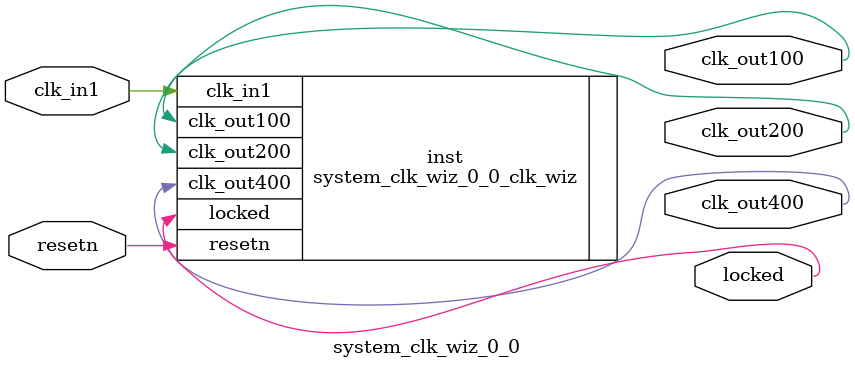
<source format=v>


`timescale 1ps/1ps

(* CORE_GENERATION_INFO = "system_clk_wiz_0_0,clk_wiz_v6_0_6_0_0,{component_name=system_clk_wiz_0_0,use_phase_alignment=true,use_min_o_jitter=false,use_max_i_jitter=false,use_dyn_phase_shift=false,use_inclk_switchover=false,use_dyn_reconfig=false,enable_axi=0,feedback_source=FDBK_AUTO,PRIMITIVE=PLL,num_out_clk=3,clkin1_period=40.000,clkin2_period=10.0,use_power_down=false,use_reset=true,use_locked=true,use_inclk_stopped=false,feedback_type=SINGLE,CLOCK_MGR_TYPE=NA,manual_override=false}" *)

module system_clk_wiz_0_0 
 (
  // Clock out ports
  output        clk_out400,
  output        clk_out200,
  output        clk_out100,
  // Status and control signals
  input         resetn,
  output        locked,
 // Clock in ports
  input         clk_in1
 );

  system_clk_wiz_0_0_clk_wiz inst
  (
  // Clock out ports  
  .clk_out400(clk_out400),
  .clk_out200(clk_out200),
  .clk_out100(clk_out100),
  // Status and control signals               
  .resetn(resetn), 
  .locked(locked),
 // Clock in ports
  .clk_in1(clk_in1)
  );

endmodule

</source>
